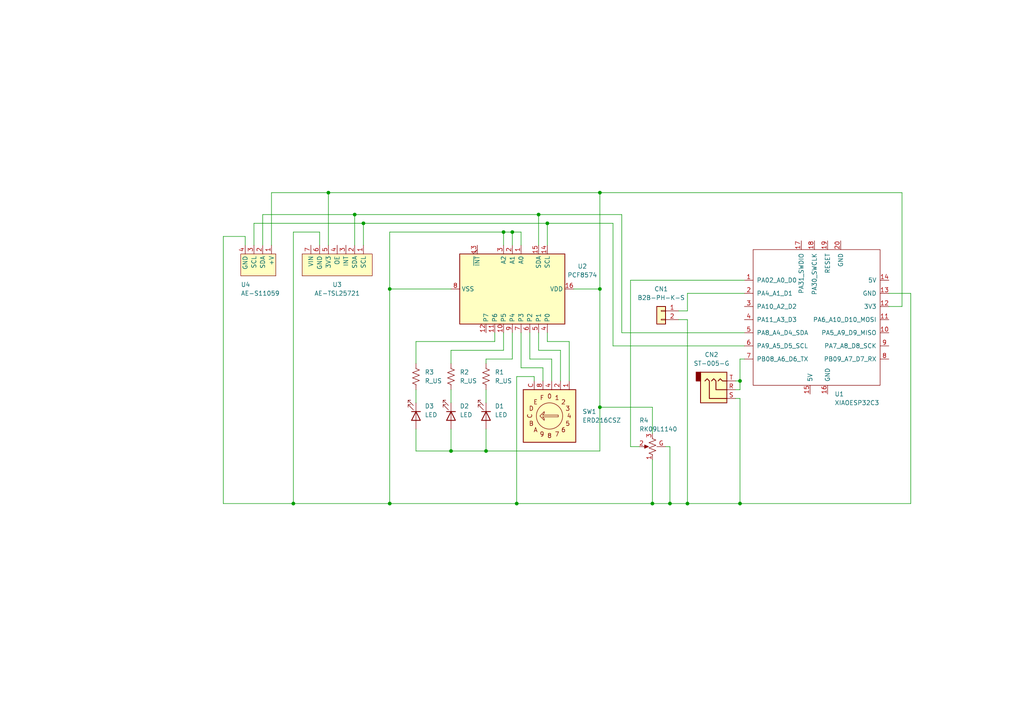
<source format=kicad_sch>
(kicad_sch (version 20211123) (generator eeschema)
  (paper "A4")
  (lib_symbols
    (symbol "Device:LED" (pin_numbers hide) (pin_names (offset 1.016) hide)
      (property "Reference" "D" (at 0 2.54 0))
      (property "Value" "LED" (at 0 -2.54 0))
      (symbol "LED_0_1"
        (polyline (pts (xy -1.27 -1.27) (xy -1.27 1.27)) (stroke (width 0.254)))
        (polyline (pts (xy -1.27 0) (xy 1.27 0)))
        (polyline (pts (xy 1.27 -1.27) (xy 1.27 1.27) (xy -1.27 0) (xy 1.27 -1.27)) (stroke (width 0.254)))
        (polyline (pts (xy -3.048 -0.762) (xy -4.572 -2.286) (xy -3.81 -2.286) (xy -4.572 -2.286) (xy -4.572 -1.524)))
        (polyline (pts (xy -1.778 -0.762) (xy -3.302 -2.286) (xy -2.54 -2.286) (xy -3.302 -2.286) (xy -3.302 -1.524)))
      )
      (symbol "LED_1_1"
        (pin passive line (at -3.81 0 0) (length 2.54) (name "K") (number "1"))
        (pin passive line (at 3.81 0 180) (length 2.54) (name "A") (number "2"))
      )
    )
    (symbol "Device:R_US" (pin_numbers hide) (pin_names (offset 0))
      (property "Reference" "R" (at 2.54 0 90))
      (property "Value" "R_US" (at -2.54 0 90))
      (symbol "R_US_0_1"
        (polyline (pts (xy 0 -2.286) (xy 0 -2.54)))
        (polyline (pts (xy 0 2.286) (xy 0 2.54)))
        (polyline (pts (xy 0 -0.762) (xy 1.016 -1.143) (xy 0 -1.524) (xy -1.016 -1.905) (xy 0 -2.286)))
        (polyline (pts (xy 0 0.762) (xy 1.016 0.381) (xy 0 0) (xy -1.016 -0.381) (xy 0 -0.762)))
        (polyline (pts (xy 0 2.286) (xy 1.016 1.905) (xy 0 1.524) (xy -1.016 1.143) (xy 0 0.762)))
      )
      (symbol "R_US_1_1"
        (pin passive line (at 0 3.81 270) (length 1.27) (name "~") (number "1"))
        (pin passive line (at 0 -3.81 90) (length 1.27) (name "~") (number "2"))
      )
    )
    (symbol "ExiFlexLib:AE-S11059"
      (property "Reference" "U" (at 0 13.97 0))
      (property "Value" "AE-S11059" (at 0 11.43 0))
      (symbol "AE-S11059_0_1"
        (rectangle (start -5.08 7.62) (end 5.08 1.27) (fill (type background)))
      )
      (symbol "AE-S11059_1_1"
        (pin passive line (at -3.81 -1.27 90) (length 2.54) (name "+V") (number "1"))
        (pin passive line (at -1.27 -1.27 90) (length 2.54) (name "SDA") (number "2"))
        (pin passive line (at 1.27 -1.27 90) (length 2.54) (name "SCL") (number "3"))
        (pin passive line (at 3.81 -1.27 90) (length 2.54) (name "GND") (number "4"))
      )
    )
    (symbol "ExiFlexLib:AE-TSL25721"
      (property "Reference" "U" (at 0 11.43 0))
      (property "Value" "AE-TSL25721" (at 0 8.89 0))
      (symbol "AE-TSL25721_0_1"
        (rectangle (start -10.16 -1.27) (end 10.16 5.08) (fill (type background)))
      )
      (symbol "AE-TSL25721_1_1"
        (pin passive line (at -7.62 -3.81 90) (length 2.54) (name "SCL") (number "1"))
        (pin passive line (at -5.08 -3.81 90) (length 2.54) (name "SDA") (number "2"))
        (pin passive line (at -2.54 -3.81 90) (length 2.54) (name "INT") (number "3"))
        (pin passive line (at 0 -3.81 90) (length 2.54) (name "OE") (number "4"))
        (pin passive line (at 2.54 -3.81 90) (length 2.54) (name "3V3") (number "5"))
        (pin passive line (at 5.08 -3.81 90) (length 2.54) (name "GND") (number "6"))
        (pin passive line (at 7.62 -3.81 90) (length 2.54) (name "VIN") (number "7"))
      )
    )
    (symbol "ExiFlexLib:B2B-PH-K-S" (pin_names (offset 1.016) hide)
      (property "Reference" "CN" (at 0 5.08 0))
      (property "Value" "B2B-PH-K-S" (at 0 -5.08 0))
      (symbol "B2B-PH-K-S_1_1"
        (rectangle (start -1.27 -2.413) (end 0 -2.667) (stroke (width 0.1524)))
        (rectangle (start -1.27 0.127) (end 0 -0.127) (stroke (width 0.1524)))
        (rectangle (start -1.27 1.27) (end 1.27 -3.81) (stroke (width 0.254)) (fill (type background)))
        (pin passive line (at -5.08 0 0) (length 3.81) (name "Pin_1") (number "1"))
        (pin passive line (at -5.08 -2.54 0) (length 3.81) (name "Pin_2") (number "2"))
      )
    )
    (symbol "ExiFlexLib:ERD216CSZ"
      (property "Reference" "SW" (at 0 17.78 0))
      (property "Value" "ERD216CSZ" (at 0 15.24 0))
      (symbol "ERD216CSZ_0_0"
        (text "0" (at 0.635 1.905 0) (effects (font (size 1.27 1.27))))
        (text "1" (at 2.8194 1.4732 0) (effects (font (size 1.27 1.27))))
        (text "2" (at 4.6736 0.2286 0) (effects (font (size 1.27 1.27))))
        (text "3" (at 5.9182 -1.6256 0) (effects (font (size 1.27 1.27))))
        (text "4" (at 6.35 -3.81 0) (effects (font (size 1.27 1.27))))
        (text "5" (at 5.9182 -5.9944 0) (effects (font (size 1.27 1.27))))
        (text "6" (at 4.6736 -7.8486 0) (effects (font (size 1.27 1.27))))
        (text "7" (at 2.8194 -9.0932 0) (effects (font (size 1.27 1.27))))
        (text "8" (at 0.635 -9.525 0) (effects (font (size 1.27 1.27))))
        (text "9" (at -1.5494 -9.0932 0) (effects (font (size 1.27 1.27))))
        (text "A" (at -3.4036 -7.8486 0) (effects (font (size 1.27 1.27))))
        (text "B" (at -4.6482 -5.9944 0) (effects (font (size 1.27 1.27))))
        (text "C" (at -5.08 -3.81 900) (effects (font (size 1.27 1.27))))
        (text "D" (at -4.6482 -1.6256 0) (effects (font (size 1.27 1.27))))
        (text "E" (at -3.4036 0.2286 0) (effects (font (size 1.27 1.27))))
        (text "F" (at -1.5494 1.4732 0) (effects (font (size 1.27 1.27))))
      )
      (symbol "ERD216CSZ_0_1"
        (rectangle (start -6.985 3.81) (end 8.255 -11.43) (stroke (width 0.254)) (fill (type background)))
        (polyline (pts (xy 3.175 -4.064) (xy -1.397 -4.064) (xy -0.889 -4.572) (xy -0.889 -5.08) (xy -2.159 -3.81) (xy -0.889 -2.54) (xy -0.889 -3.048) (xy -1.397 -3.556) (xy 3.175 -3.556) (xy 3.175 -4.064) (xy 3.175 -4.064)))
        (circle (center 0.635 -3.81) (radius 3.81))
      )
      (symbol "ERD216CSZ_1_1"
        (pin passive line (at 6.35 6.35 270) (length 2.54) (name "~") (number "1"))
        (pin passive line (at 3.81 6.35 270) (length 2.54) (name "~") (number "2"))
        (pin passive line (at 1.27 6.35 270) (length 2.54) (name "~") (number "4"))
        (pin passive line (at -1.27 6.35 270) (length 2.54) (name "~") (number "8"))
        (pin passive line (at -3.81 6.35 270) (length 2.54) (name "~") (number "C"))
      )
    )
    (symbol "ExiFlexLib:RK09L1140"
      (property "Reference" "R" (at 0 11.43 0))
      (property "Value" "RK09L1140" (at 0 8.89 0))
      (symbol "RK09L1140_0_1"
        (polyline (pts (xy -2.54 -1.27) (xy -2.286 -1.27)))
        (polyline (pts (xy 0 1.27) (xy 0 0.254)))
        (polyline (pts (xy 2.286 -1.27) (xy 2.54 -1.27)))
        (polyline (pts (xy 0 -0.127) (xy -0.508 1.016) (xy 0.508 1.016) (xy 0 -0.127)) (fill (type outline)))
        (polyline (pts (xy -2.286 -1.27) (xy -1.905 -0.254) (xy -1.524 -1.27) (xy -1.143 -2.286) (xy -0.762 -1.27)))
        (polyline (pts (xy -0.762 -1.27) (xy -0.381 -0.254) (xy 0 -1.27) (xy 0.381 -2.286) (xy 0.762 -1.27)))
        (polyline (pts (xy 0.762 -1.27) (xy 1.143 -0.254) (xy 1.524 -1.27) (xy 1.905 -2.286) (xy 2.286 -1.27)))
      )
      (symbol "RK09L1140_1_1"
        (pin passive line (at -3.81 -1.27 0) (length 1.27) (name "~") (number "1"))
        (pin passive line (at 0 2.54 270) (length 1.27) (name "~") (number "2"))
        (pin passive line (at 3.81 -1.27 180) (length 1.27) (name "~") (number "3"))
        (pin passive line (at 0 -5.08 90) (length 2.54) (name "~") (number "G"))
      )
    )
    (symbol "ExiFlexLib:ST-005-G"
      (property "Reference" "CN" (at 0 10.16 0))
      (property "Value" "ST-005-G" (at 0 7.62 0))
      (symbol "ST-005-G_0_1"
        (rectangle (start -5.08 2.54) (end -3.81 5.08) (stroke (width 0.254)) (fill (type outline)))
        (rectangle (start -3.81 5.08) (end 3.81 -3.81) (stroke (width 0.254)) (fill (type background)))
        (polyline (pts (xy 1.27 2.54) (xy 1.905 3.175) (xy 2.54 2.54) (xy 3.81 2.54)) (stroke (width 0.254)))
        (polyline (pts (xy -0.635 2.54) (xy 0 3.175) (xy 0.635 2.54) (xy 0.635 0) (xy 3.81 0)) (stroke (width 0.254)))
        (polyline (pts (xy 3.81 -2.54) (xy -1.27 -2.54) (xy -1.27 2.54) (xy -1.905 3.175) (xy -2.54 2.54)) (stroke (width 0.254)))
      )
      (symbol "ST-005-G_1_1"
        (pin passive line (at 6.35 0 180) (length 2.54) (name "~") (number "R"))
        (pin passive line (at 6.35 -2.54 180) (length 2.54) (name "~") (number "S"))
        (pin passive line (at 6.35 2.54 180) (length 2.54) (name "~") (number "T"))
      )
    )
    (symbol "Interface_Expansion:PCF8574"
      (property "Reference" "U" (at -8.89 16.51 0))
      (property "Value" "PCF8574" (at 2.54 16.51 0))
      (symbol "PCF8574_0_1"
        (rectangle (start -10.16 15.24) (end 10.16 -15.24) (stroke (width 0.254)) (fill (type background)))
      )
      (symbol "PCF8574_1_1"
        (pin input line (at -12.7 2.54 0) (length 2.54) (name "A0") (number "1"))
        (pin bidirectional line (at 12.7 -2.54 180) (length 2.54) (name "P5") (number "10"))
        (pin bidirectional line (at 12.7 -5.08 180) (length 2.54) (name "P6") (number "11"))
        (pin bidirectional line (at 12.7 -7.62 180) (length 2.54) (name "P7") (number "12"))
        (pin open_collector output_low (at -12.7 -10.16 0) (length 2.54) (name "~{INT}") (number "13"))
        (pin input line (at -12.7 10.16 0) (length 2.54) (name "SCL") (number "14"))
        (pin bidirectional line (at -12.7 7.62 0) (length 2.54) (name "SDA") (number "15"))
        (pin power_in line (at 0 17.78 270) (length 2.54) (name "VDD") (number "16"))
        (pin input line (at -12.7 0 0) (length 2.54) (name "A1") (number "2"))
        (pin input line (at -12.7 -2.54 0) (length 2.54) (name "A2") (number "3"))
        (pin bidirectional line (at 12.7 10.16 180) (length 2.54) (name "P0") (number "4"))
        (pin bidirectional line (at 12.7 7.62 180) (length 2.54) (name "P1") (number "5"))
        (pin bidirectional line (at 12.7 5.08 180) (length 2.54) (name "P2") (number "6"))
        (pin bidirectional line (at 12.7 2.54 180) (length 2.54) (name "P3") (number "7"))
        (pin power_in line (at 0 -17.78 90) (length 2.54) (name "VSS") (number "8"))
        (pin bidirectional line (at 12.7 0 180) (length 2.54) (name "P4") (number "9"))
      )
    )
    (symbol "XIAOESP32C3:SeeeduinoXIAO" (pin_names (offset 1.016))
      (property "Reference" "U" (at -19.05 22.86 0))
      (property "Value" "SeeeduinoXIAO" (at -12.7 21.59 0))
      (symbol "SeeeduinoXIAO_0_1"
        (rectangle (start -19.05 20.32) (end 17.78 -19.05))
      )
      (symbol "SeeeduinoXIAO_1_1"
        (pin unspecified line (at -21.59 11.43 0) (length 2.54) (name "PA02_A0_D0") (number "1"))
        (pin unspecified line (at 20.32 -3.81 180) (length 2.54) (name "PA5_A9_D9_MISO") (number "10"))
        (pin unspecified line (at 20.32 0 180) (length 2.54) (name "PA6_A10_D10_MOSI") (number "11"))
        (pin unspecified line (at 20.32 3.81 180) (length 2.54) (name "3V3") (number "12"))
        (pin unspecified line (at 20.32 7.62 180) (length 2.54) (name "GND") (number "13"))
        (pin unspecified line (at 20.32 11.43 180) (length 2.54) (name "5V") (number "14"))
        (pin input line (at -2.54 -21.59 90) (length 2.54) (name "5V") (number "15"))
        (pin input line (at 2.54 -21.59 90) (length 2.54) (name "GND") (number "16"))
        (pin input line (at -5.08 22.86 270) (length 2.54) (name "PA31_SWDIO") (number "17"))
        (pin input line (at -1.27 22.86 270) (length 2.54) (name "PA30_SWCLK") (number "18"))
        (pin input line (at 2.54 22.86 270) (length 2.54) (name "RESET") (number "19"))
        (pin unspecified line (at -21.59 7.62 0) (length 2.54) (name "PA4_A1_D1") (number "2"))
        (pin input line (at 6.35 22.86 270) (length 2.54) (name "GND") (number "20"))
        (pin unspecified line (at -21.59 3.81 0) (length 2.54) (name "PA10_A2_D2") (number "3"))
        (pin unspecified line (at -21.59 0 0) (length 2.54) (name "PA11_A3_D3") (number "4"))
        (pin unspecified line (at -21.59 -3.81 0) (length 2.54) (name "PA8_A4_D4_SDA") (number "5"))
        (pin unspecified line (at -21.59 -7.62 0) (length 2.54) (name "PA9_A5_D5_SCL") (number "6"))
        (pin unspecified line (at -21.59 -11.43 0) (length 2.54) (name "PB08_A6_D6_TX") (number "7"))
        (pin unspecified line (at 20.32 -11.43 180) (length 2.54) (name "PB09_A7_D7_RX") (number "8"))
        (pin unspecified line (at 20.32 -7.62 180) (length 2.54) (name "PA7_A8_D8_SCK") (number "9"))
      )
    )
  )
  (junction (at 189.23 146.05))
  (junction (at 173.99 83.82))
  (junction (at 199.39 146.05))
  (junction (at 113.03 146.05))
  (junction (at 102.87 62.23))
  (junction (at 156.21 62.23))
  (junction (at 148.59 67.31))
  (junction (at 214.63 110.49))
  (junction (at 158.75 64.77))
  (junction (at 173.99 55.88))
  (junction (at 95.25 55.88))
  (junction (at 105.41 64.77))
  (junction (at 194.31 146.05))
  (junction (at 214.63 146.05))
  (junction (at 85.09 146.05))
  (junction (at 146.05 67.31))
  (junction (at 113.03 83.82))
  (junction (at 140.97 130.81))
  (junction (at 130.81 130.81))
  (junction (at 173.99 118.11))
  (junction (at 149.86 146.05))
  (wire (pts (xy 148.59 67.31) (xy 148.59 71.12)))
  (wire (pts (xy 85.09 67.31) (xy 85.09 146.05)))
  (wire (pts (xy 140.97 113.03) (xy 140.97 116.84)))
  (wire (pts (xy 156.21 96.52) (xy 156.21 101.6)))
  (wire (pts (xy 120.65 130.81) (xy 130.81 130.81)))
  (wire (pts (xy 165.1 99.06) (xy 165.1 110.49)))
  (wire (pts (xy 151.13 106.68) (xy 157.48 106.68)))
  (wire (pts (xy 157.48 106.68) (xy 157.48 110.49)))
  (wire (pts (xy 158.75 99.06) (xy 165.1 99.06)))
  (wire (pts (xy 95.25 55.88) (xy 173.99 55.88)))
  (wire (pts (xy 214.63 110.49) (xy 213.36 110.49)))
  (wire (pts (xy 173.99 55.88) (xy 173.99 83.82)))
  (wire (pts (xy 71.12 68.58) (xy 64.77 68.58)))
  (wire (pts (xy 261.62 88.9) (xy 261.62 55.88)))
  (wire (pts (xy 158.75 96.52) (xy 158.75 99.06)))
  (wire (pts (xy 156.21 62.23) (xy 180.34 62.23)))
  (wire (pts (xy 199.39 146.05) (xy 214.63 146.05)))
  (wire (pts (xy 148.59 104.14) (xy 148.59 96.52)))
  (wire (pts (xy 261.62 55.88) (xy 173.99 55.88)))
  (wire (pts (xy 73.66 71.12) (xy 73.66 64.77)))
  (wire (pts (xy 193.04 129.54) (xy 194.31 129.54)))
  (wire (pts (xy 92.71 67.31) (xy 85.09 67.31)))
  (wire (pts (xy 120.65 99.06) (xy 120.65 105.41)))
  (wire (pts (xy 199.39 92.71) (xy 199.39 146.05)))
  (wire (pts (xy 78.74 55.88) (xy 95.25 55.88)))
  (wire (pts (xy 102.87 71.12) (xy 102.87 62.23)))
  (wire (pts (xy 177.8 64.77) (xy 177.8 100.33)))
  (wire (pts (xy 64.77 68.58) (xy 64.77 146.05)))
  (wire (pts (xy 146.05 71.12) (xy 146.05 67.31)))
  (wire (pts (xy 215.9 81.28) (xy 182.88 81.28)))
  (wire (pts (xy 105.41 64.77) (xy 158.75 64.77)))
  (wire (pts (xy 173.99 83.82) (xy 173.99 118.11)))
  (wire (pts (xy 199.39 90.17) (xy 196.85 90.17)))
  (wire (pts (xy 214.63 146.05) (xy 264.16 146.05)))
  (wire (pts (xy 146.05 67.31) (xy 113.03 67.31)))
  (wire (pts (xy 196.85 92.71) (xy 199.39 92.71)))
  (wire (pts (xy 146.05 96.52) (xy 146.05 101.6)))
  (wire (pts (xy 92.71 71.12) (xy 92.71 67.31)))
  (wire (pts (xy 143.51 96.52) (xy 143.51 99.06)))
  (wire (pts (xy 156.21 71.12) (xy 156.21 62.23)))
  (wire (pts (xy 213.36 113.03) (xy 214.63 113.03)))
  (wire (pts (xy 180.34 96.52) (xy 215.9 96.52)))
  (wire (pts (xy 173.99 130.81) (xy 173.99 118.11)))
  (wire (pts (xy 215.9 85.09) (xy 199.39 85.09)))
  (wire (pts (xy 214.63 115.57) (xy 214.63 146.05)))
  (wire (pts (xy 140.97 105.41) (xy 140.97 104.14)))
  (wire (pts (xy 105.41 71.12) (xy 105.41 64.77)))
  (wire (pts (xy 151.13 67.31) (xy 148.59 67.31)))
  (wire (pts (xy 214.63 113.03) (xy 214.63 110.49)))
  (wire (pts (xy 71.12 71.12) (xy 71.12 68.58)))
  (wire (pts (xy 130.81 101.6) (xy 130.81 105.41)))
  (wire (pts (xy 158.75 64.77) (xy 177.8 64.77)))
  (wire (pts (xy 64.77 146.05) (xy 85.09 146.05)))
  (wire (pts (xy 78.74 71.12) (xy 78.74 55.88)))
  (wire (pts (xy 113.03 83.82) (xy 130.81 83.82)))
  (wire (pts (xy 199.39 85.09) (xy 199.39 90.17)))
  (wire (pts (xy 85.09 146.05) (xy 113.03 146.05)))
  (wire (pts (xy 189.23 146.05) (xy 194.31 146.05)))
  (wire (pts (xy 120.65 113.03) (xy 120.65 116.84)))
  (wire (pts (xy 189.23 133.35) (xy 189.23 146.05)))
  (wire (pts (xy 213.36 115.57) (xy 214.63 115.57)))
  (wire (pts (xy 154.94 109.22) (xy 149.86 109.22)))
  (wire (pts (xy 140.97 130.81) (xy 173.99 130.81)))
  (wire (pts (xy 264.16 85.09) (xy 264.16 146.05)))
  (wire (pts (xy 182.88 81.28) (xy 182.88 129.54)))
  (wire (pts (xy 76.2 62.23) (xy 102.87 62.23)))
  (wire (pts (xy 194.31 146.05) (xy 199.39 146.05)))
  (wire (pts (xy 189.23 125.73) (xy 189.23 118.11)))
  (wire (pts (xy 120.65 124.46) (xy 120.65 130.81)))
  (wire (pts (xy 153.67 96.52) (xy 153.67 104.14)))
  (wire (pts (xy 76.2 71.12) (xy 76.2 62.23)))
  (wire (pts (xy 140.97 124.46) (xy 140.97 130.81)))
  (wire (pts (xy 73.66 64.77) (xy 105.41 64.77)))
  (wire (pts (xy 156.21 101.6) (xy 162.56 101.6)))
  (wire (pts (xy 113.03 67.31) (xy 113.03 83.82)))
  (wire (pts (xy 143.51 99.06) (xy 120.65 99.06)))
  (wire (pts (xy 182.88 129.54) (xy 185.42 129.54)))
  (wire (pts (xy 180.34 62.23) (xy 180.34 96.52)))
  (wire (pts (xy 160.02 104.14) (xy 160.02 110.49)))
  (wire (pts (xy 146.05 67.31) (xy 148.59 67.31)))
  (wire (pts (xy 257.81 85.09) (xy 264.16 85.09)))
  (wire (pts (xy 162.56 101.6) (xy 162.56 110.49)))
  (wire (pts (xy 95.25 71.12) (xy 95.25 55.88)))
  (wire (pts (xy 151.13 96.52) (xy 151.13 106.68)))
  (wire (pts (xy 130.81 113.03) (xy 130.81 116.84)))
  (wire (pts (xy 140.97 104.14) (xy 148.59 104.14)))
  (wire (pts (xy 130.81 130.81) (xy 140.97 130.81)))
  (wire (pts (xy 153.67 104.14) (xy 160.02 104.14)))
  (wire (pts (xy 113.03 146.05) (xy 113.03 83.82)))
  (wire (pts (xy 130.81 124.46) (xy 130.81 130.81)))
  (wire (pts (xy 173.99 118.11) (xy 189.23 118.11)))
  (wire (pts (xy 166.37 83.82) (xy 173.99 83.82)))
  (wire (pts (xy 257.81 88.9) (xy 261.62 88.9)))
  (wire (pts (xy 189.23 146.05) (xy 149.86 146.05)))
  (wire (pts (xy 130.81 101.6) (xy 146.05 101.6)))
  (wire (pts (xy 194.31 129.54) (xy 194.31 146.05)))
  (wire (pts (xy 214.63 104.14) (xy 214.63 110.49)))
  (wire (pts (xy 177.8 100.33) (xy 215.9 100.33)))
  (wire (pts (xy 215.9 104.14) (xy 214.63 104.14)))
  (wire (pts (xy 102.87 62.23) (xy 156.21 62.23)))
  (wire (pts (xy 149.86 109.22) (xy 149.86 146.05)))
  (wire (pts (xy 149.86 146.05) (xy 113.03 146.05)))
  (wire (pts (xy 151.13 71.12) (xy 151.13 67.31)))
  (wire (pts (xy 154.94 110.49) (xy 154.94 109.22)))
  (wire (pts (xy 158.75 71.12) (xy 158.75 64.77)))
  (symbol (lib_id "Device:LED") (at 130.81 120.65 270) (unit 1)
    (property "Reference" "D2" (at 133.35 117.7924 90) (effects (justify left)))
    (property "Value" "LED" (at 133.35 120.3324 90) (effects (justify left)))
    (property "Footprint" "LED_THT:LED_D3.0mm" (effects hide))
  )
  (symbol (lib_id "ExiFlexLib:B2B-PH-K-S") (at 191.77 90.17 0) (mirror y) (unit 1)
    (property "Reference" "CN1" (at 191.77 83.82 0))
    (property "Value" "B2B-PH-K-S" (at 191.77 86.36 0))
    (property "Footprint" "ExiFlexLib:B2B-PH-K-S" (effects hide))
  )
  (symbol (lib_id "ExiFlexLib:AE-TSL25721") (at 97.79 74.93 180) (unit 1)
    (property "Reference" "U3" (at 97.79 82.55 0))
    (property "Value" "AE-TSL25721" (at 97.79 85.09 0))
    (property "Footprint" "ExiFlexLib:AE-TSL25721" (effects hide))
  )
  (symbol (lib_id "Device:R_US") (at 140.97 109.22 180) (unit 1)
    (property "Reference" "R1" (at 143.51 107.9499 0) (effects (justify right)))
    (property "Value" "R_US" (at 143.51 110.4899 0) (effects (justify right)))
    (property "Footprint" "Resistor_THT:R_Axial_DIN0204_L3.6mm_D1.6mm_P2.54mm_Vertical" (effects hide))
  )
  (symbol (lib_id "Device:LED") (at 120.65 120.65 270) (unit 1)
    (property "Reference" "D3" (at 123.19 117.7924 90) (effects (justify left)))
    (property "Value" "LED" (at 123.19 120.3324 90) (effects (justify left)))
    (property "Footprint" "LED_THT:LED_D3.0mm" (effects hide))
  )
  (symbol (lib_id "XIAOESP32C3:SeeeduinoXIAO") (at 237.49 92.71 0) (unit 1)
    (property "Reference" "U1" (at 242.0494 114.3 0) (effects (justify left)))
    (property "Value" "XIAOESP32C3" (at 242.0494 116.84 0) (effects (justify left)))
    (property "Footprint" "XIAOESP32C3:Seeeduino XIAO-MOUDLE14P-2.54-21X17.8MM" (effects hide))
  )
  (symbol (lib_id "Device:R_US") (at 120.65 109.22 180) (unit 1)
    (property "Reference" "R3" (at 123.19 107.9499 0) (effects (justify right)))
    (property "Value" "R_US" (at 123.19 110.4899 0) (effects (justify right)))
    (property "Footprint" "Resistor_THT:R_Axial_DIN0204_L3.6mm_D1.6mm_P2.54mm_Vertical" (effects hide))
  )
  (symbol (lib_id "Device:LED") (at 140.97 120.65 270) (unit 1)
    (property "Reference" "D1" (at 143.51 117.7924 90) (effects (justify left)))
    (property "Value" "LED" (at 143.51 120.3324 90) (effects (justify left)))
    (property "Footprint" "LED_THT:LED_D3.0mm" (effects hide))
  )
  (symbol (lib_id "ExiFlexLib:ERD216CSZ") (at 158.75 116.84 0) (unit 1)
    (property "Reference" "SW1" (at 168.91 119.3799 0) (effects (justify left)))
    (property "Value" "ERD216CSZ" (at 168.91 121.9199 0) (effects (justify left)))
    (property "Footprint" "ExiFlexLib:ERD216CSZ" (effects hide))
  )
  (symbol (lib_id "Interface_Expansion:PCF8574") (at 148.59 83.82 270) (unit 1)
    (property "Reference" "U2" (at 168.91 77.2412 90))
    (property "Value" "PCF8574" (at 168.91 79.7812 90))
    (property "Footprint" "Package_DIP:DIP-16_W7.62mm" (effects hide))
    (property "Datasheet" "http://www.nxp.com/documents/data_sheet/PCF8574_PCF8574A.pdf" (effects hide))
  )
  (symbol (lib_id "Device:R_US") (at 130.81 109.22 180) (unit 1)
    (property "Reference" "R2" (at 133.35 107.9499 0) (effects (justify right)))
    (property "Value" "R_US" (at 133.35 110.4899 0) (effects (justify right)))
    (property "Footprint" "Resistor_THT:R_Axial_DIN0204_L3.6mm_D1.6mm_P2.54mm_Vertical" (effects hide))
  )
  (symbol (lib_id "ExiFlexLib:ST-005-G") (at 207.01 113.03 0) (unit 1)
    (property "Reference" "CN2" (at 206.375 102.87 0))
    (property "Value" "ST-005-G" (at 206.375 105.41 0))
    (property "Footprint" "ExiFlexLib:ST-005-G" (effects hide))
  )
  (symbol (lib_id "ExiFlexLib:AE-S11059") (at 74.93 72.39 180) (unit 1)
    (property "Reference" "U4" (at 69.85 82.55 0) (effects (justify right)))
    (property "Value" "AE-S11059" (at 69.85 85.09 0) (effects (justify right)))
    (property "Footprint" "ExiFlexLib:AE-S11059" (effects hide))
  )
  (symbol (lib_id "ExiFlexLib:RK09L1140") (at 187.96 129.54 90) (unit 1)
    (property "Reference" "R4" (at 185.42 121.92 90) (effects (justify right)))
    (property "Value" "RK09L1140" (at 185.42 124.46 90) (effects (justify right)))
    (property "Footprint" "ExiFlexLib:RK09L1140" (effects hide))
  )
)
</source>
